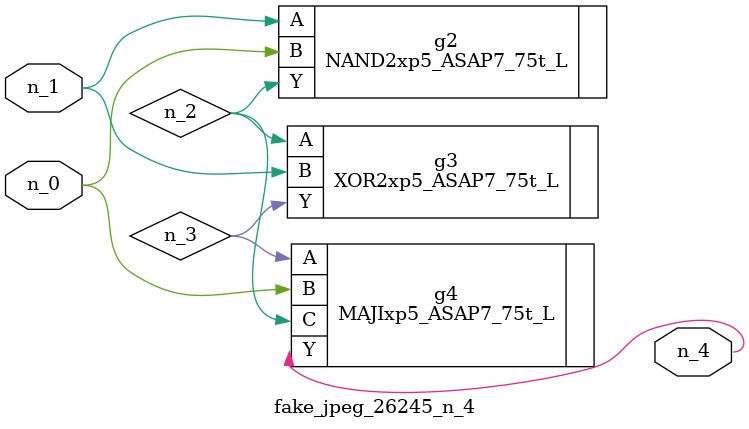
<source format=v>
module fake_jpeg_26245_n_4 (n_0, n_1, n_4);

input n_0;
input n_1;

output n_4;

wire n_2;
wire n_3;

NAND2xp5_ASAP7_75t_L g2 ( 
.A(n_1),
.B(n_0),
.Y(n_2)
);

XOR2xp5_ASAP7_75t_L g3 ( 
.A(n_2),
.B(n_1),
.Y(n_3)
);

MAJIxp5_ASAP7_75t_L g4 ( 
.A(n_3),
.B(n_0),
.C(n_2),
.Y(n_4)
);


endmodule
</source>
